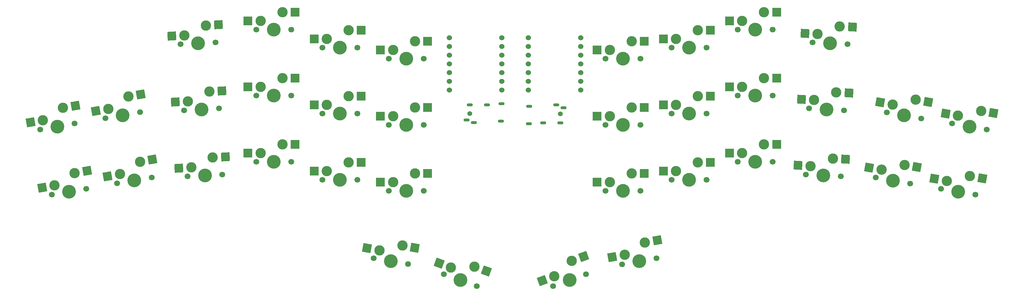
<source format=gbs>
%TF.GenerationSoftware,KiCad,Pcbnew,9.0.6-1.fc42*%
%TF.CreationDate,2026-01-04T08:40:16+11:00*%
%TF.ProjectId,keyboard-split-splay-5x3+2-pinky-cluster,6b657962-6f61-4726-942d-73706c69742d,rev?*%
%TF.SameCoordinates,Original*%
%TF.FileFunction,Soldermask,Bot*%
%TF.FilePolarity,Negative*%
%FSLAX46Y46*%
G04 Gerber Fmt 4.6, Leading zero omitted, Abs format (unit mm)*
G04 Created by KiCad (PCBNEW 9.0.6-1.fc42) date 2026-01-04 08:40:16*
%MOMM*%
%LPD*%
G01*
G04 APERTURE LIST*
G04 Aperture macros list*
%AMRotRect*
0 Rectangle, with rotation*
0 The origin of the aperture is its center*
0 $1 length*
0 $2 width*
0 $3 Rotation angle, in degrees counterclockwise*
0 Add horizontal line*
21,1,$1,$2,0,0,$3*%
G04 Aperture macros list end*
%ADD10C,1.400000*%
%ADD11O,1.800000X0.900000*%
%ADD12C,1.524000*%
%ADD13C,1.700000*%
%ADD14C,3.000000*%
%ADD15C,4.000000*%
%ADD16R,2.500000X2.550000*%
%ADD17RotRect,2.500000X2.550000X357.000000*%
%ADD18RotRect,2.500000X2.550000X350.000000*%
%ADD19RotRect,2.500000X2.550000X10.000000*%
%ADD20RotRect,2.500000X2.550000X20.000000*%
%ADD21RotRect,2.500000X2.550000X3.000000*%
%ADD22RotRect,2.500000X2.550000X340.000000*%
G04 APERTURE END LIST*
D10*
%TO.C,J1*%
X180850000Y-118550000D03*
D11*
X171650000Y-121450000D03*
X171750000Y-116350000D03*
X175850000Y-121150000D03*
X179650000Y-115950000D03*
X181750000Y-116750000D03*
X180850000Y-121150000D03*
%TD*%
D12*
%TO.C,U1*%
X171500000Y-96360000D03*
X171500000Y-98900000D03*
X171500000Y-101440000D03*
X171500000Y-103980000D03*
X171500000Y-106520000D03*
X171500000Y-109060000D03*
X171500000Y-111600000D03*
X186740000Y-111600000D03*
X186740000Y-109060000D03*
X186740000Y-106520000D03*
X186740000Y-103980000D03*
X186740000Y-101440000D03*
X186740000Y-98900000D03*
X186740000Y-96360000D03*
%TD*%
D10*
%TO.C,J2*%
X154500000Y-118500000D03*
D11*
X163700000Y-115600000D03*
X163600000Y-120700000D03*
X159500000Y-115900000D03*
X155700000Y-121100000D03*
X153600000Y-120300000D03*
X154500000Y-115900000D03*
%TD*%
D12*
%TO.C,U2*%
X148610000Y-96360000D03*
X148610000Y-98900000D03*
X148610000Y-101440000D03*
X148610000Y-103980000D03*
X148610000Y-106520000D03*
X148610000Y-109060000D03*
X148610000Y-111600000D03*
X163850000Y-111600000D03*
X163850000Y-109060000D03*
X163850000Y-106520000D03*
X163850000Y-103980000D03*
X163850000Y-101440000D03*
X163850000Y-98900000D03*
X163850000Y-96360000D03*
%TD*%
D13*
%TO.C,SW14*%
X242580000Y-132500000D03*
D14*
X240040000Y-127420000D03*
D15*
X237500000Y-132500000D03*
D14*
X233690000Y-129960000D03*
D13*
X232420000Y-132500000D03*
D16*
X230020000Y-129960000D03*
X243710000Y-127420000D03*
%TD*%
D13*
%TO.C,SW18*%
X204080000Y-102500000D03*
D14*
X201540000Y-97420000D03*
D15*
X199000000Y-102500000D03*
D14*
X195190000Y-99960000D03*
D13*
X193920000Y-102500000D03*
D16*
X191520000Y-99960000D03*
X205210000Y-97420000D03*
%TD*%
D13*
%TO.C,SW20*%
X121830000Y-99250000D03*
D14*
X119290000Y-94170000D03*
D15*
X116750000Y-99250000D03*
D14*
X112940000Y-96710000D03*
D13*
X111670000Y-99250000D03*
D16*
X109270000Y-96710000D03*
X122960000Y-94170000D03*
%TD*%
D13*
%TO.C,SW3*%
X264323038Y-98265867D03*
D14*
X262052386Y-93059895D03*
D15*
X259250000Y-98000000D03*
D14*
X255578155Y-95264081D03*
D13*
X254176962Y-97734133D03*
D17*
X251913184Y-95072008D03*
X265717356Y-93251968D03*
%TD*%
D13*
%TO.C,SW7*%
X301502823Y-142132133D03*
D14*
X299883544Y-136688243D03*
D15*
X296500000Y-141250000D03*
D14*
X293188949Y-138086989D03*
D13*
X291497177Y-140367867D03*
D18*
X289574704Y-137449700D03*
X303497789Y-137325532D03*
%TD*%
D13*
%TO.C,SW23*%
X58616456Y-118056110D03*
D14*
X55232912Y-113494353D03*
D15*
X53613633Y-118938243D03*
D14*
X49420449Y-117098431D03*
D13*
X48610810Y-119820376D03*
D19*
X45806205Y-117735720D03*
X58847156Y-112857064D03*
%TD*%
D13*
%TO.C,SW16*%
X188273639Y-165262537D03*
D14*
X184149356Y-161357631D03*
D15*
X183500000Y-167000000D03*
D14*
X179051041Y-165916278D03*
D13*
X178726361Y-168737463D03*
D20*
X175602369Y-167171491D03*
X187598028Y-160102416D03*
%TD*%
D13*
%TO.C,SW9*%
X263323038Y-117515867D03*
D14*
X261052386Y-112309895D03*
D15*
X258250000Y-117250000D03*
D14*
X254578155Y-114514081D03*
D13*
X253176962Y-116984133D03*
D17*
X250913184Y-114322008D03*
X264717356Y-112501968D03*
%TD*%
D13*
%TO.C,SW15*%
X223330000Y-118500000D03*
D14*
X220790000Y-113420000D03*
D15*
X218250000Y-118500000D03*
D14*
X214440000Y-115960000D03*
D13*
X213170000Y-118500000D03*
D16*
X210770000Y-115960000D03*
X224460000Y-113420000D03*
%TD*%
D13*
%TO.C,SW22*%
X80573038Y-97734133D03*
D14*
X77770652Y-92794029D03*
D15*
X75500000Y-98000000D03*
D14*
X71562288Y-95662881D03*
D13*
X70426962Y-98265867D03*
D21*
X67897318Y-95854954D03*
X81435623Y-92601956D03*
%TD*%
D13*
%TO.C,SW27*%
X102580000Y-113250000D03*
D14*
X100040000Y-108170000D03*
D15*
X97500000Y-113250000D03*
D14*
X93690000Y-110710000D03*
D13*
X92420000Y-113250000D03*
D16*
X90020000Y-110710000D03*
X103710000Y-108170000D03*
%TD*%
D13*
%TO.C,SW26*%
X121830000Y-118500000D03*
D14*
X119290000Y-113420000D03*
D15*
X116750000Y-118500000D03*
D14*
X112940000Y-115960000D03*
D13*
X111670000Y-118500000D03*
D16*
X109270000Y-115960000D03*
X122960000Y-113420000D03*
%TD*%
D13*
%TO.C,SW28*%
X81573038Y-116984133D03*
D14*
X78770652Y-112044029D03*
D15*
X76500000Y-117250000D03*
D14*
X72562288Y-114912881D03*
D13*
X71426962Y-117515867D03*
D21*
X68897318Y-115104954D03*
X82435623Y-111851956D03*
%TD*%
D13*
%TO.C,SW1*%
X282502823Y-138882133D03*
D14*
X280883544Y-133438243D03*
D15*
X277500000Y-138000000D03*
D14*
X274188949Y-134836989D03*
D13*
X272497177Y-137117867D03*
D18*
X270574704Y-134199700D03*
X284497789Y-134075532D03*
%TD*%
D13*
%TO.C,SW2*%
X285752823Y-119882133D03*
D14*
X284133544Y-114438243D03*
D15*
X280750000Y-119000000D03*
D14*
X277438949Y-115836989D03*
D13*
X275747177Y-118117867D03*
D18*
X273824704Y-115199700D03*
X287747789Y-115075532D03*
%TD*%
D13*
%TO.C,SW30*%
X43002823Y-140367867D03*
D14*
X39619279Y-135806110D03*
D15*
X38000000Y-141250000D03*
D14*
X33806816Y-139410188D03*
D13*
X32997177Y-142132133D03*
D19*
X30192572Y-140047477D03*
X43233523Y-135168821D03*
%TD*%
D13*
%TO.C,SW4*%
X242580000Y-94000000D03*
D14*
X240040000Y-88920000D03*
D15*
X237500000Y-94000000D03*
D14*
X233690000Y-91460000D03*
D13*
X232420000Y-94000000D03*
D16*
X230020000Y-91460000D03*
X243710000Y-88920000D03*
%TD*%
D13*
%TO.C,SW19*%
X141080000Y-102500000D03*
D14*
X138540000Y-97420000D03*
D15*
X136000000Y-102500000D03*
D14*
X132190000Y-99960000D03*
D13*
X130920000Y-102500000D03*
D16*
X128520000Y-99960000D03*
X142210000Y-97420000D03*
%TD*%
D13*
%TO.C,SW36*%
X136526462Y-162369595D03*
D14*
X134907183Y-156925705D03*
D15*
X131523639Y-161487462D03*
D14*
X128212588Y-158324451D03*
D13*
X126520816Y-160605329D03*
D18*
X124598343Y-157687162D03*
X138521428Y-157562994D03*
%TD*%
D13*
%TO.C,SW35*%
X156523639Y-168737462D03*
D14*
X155874283Y-163095093D03*
D15*
X151750000Y-167000000D03*
D14*
X149038502Y-163310084D03*
D13*
X146976361Y-165262538D03*
D22*
X145589830Y-162054870D03*
X159322954Y-164350307D03*
%TD*%
D13*
%TO.C,SW32*%
X121830000Y-137750000D03*
D14*
X119290000Y-132670000D03*
D15*
X116750000Y-137750000D03*
D14*
X112940000Y-135210000D03*
D13*
X111670000Y-137750000D03*
D16*
X109270000Y-135210000D03*
X122960000Y-132670000D03*
%TD*%
D13*
%TO.C,SW21*%
X102580000Y-94000000D03*
D14*
X100040000Y-88920000D03*
D15*
X97500000Y-94000000D03*
D14*
X93690000Y-91460000D03*
D13*
X92420000Y-94000000D03*
D16*
X90020000Y-91460000D03*
X103710000Y-88920000D03*
%TD*%
D13*
%TO.C,SW12*%
X204080000Y-141000000D03*
D14*
X201540000Y-135920000D03*
D15*
X199000000Y-141000000D03*
D14*
X195190000Y-138460000D03*
D13*
X193920000Y-141000000D03*
D16*
X191520000Y-138460000D03*
X205210000Y-135920000D03*
%TD*%
D13*
%TO.C,SW25*%
X141080000Y-121750000D03*
D14*
X138540000Y-116670000D03*
D15*
X136000000Y-121750000D03*
D14*
X132190000Y-119210000D03*
D13*
X130920000Y-121750000D03*
D16*
X128520000Y-119210000D03*
X142210000Y-116670000D03*
%TD*%
D13*
%TO.C,SW10*%
X242580000Y-113250000D03*
D14*
X240040000Y-108170000D03*
D15*
X237500000Y-113250000D03*
D14*
X233690000Y-110710000D03*
D13*
X232420000Y-113250000D03*
D16*
X230020000Y-110710000D03*
X243710000Y-108170000D03*
%TD*%
D13*
%TO.C,SW5*%
X223330000Y-137750000D03*
D14*
X220790000Y-132670000D03*
D15*
X218250000Y-137750000D03*
D14*
X214440000Y-135210000D03*
D13*
X213170000Y-137750000D03*
D16*
X210770000Y-135210000D03*
X224460000Y-132670000D03*
%TD*%
D13*
%TO.C,SW34*%
X82573038Y-136234133D03*
D14*
X79770652Y-131294029D03*
D15*
X77500000Y-136500000D03*
D14*
X73562288Y-134162881D03*
D13*
X72426962Y-136765867D03*
D21*
X69897318Y-134354954D03*
X83435623Y-131101956D03*
%TD*%
D13*
%TO.C,SW33*%
X102580000Y-132500000D03*
D14*
X100040000Y-127420000D03*
D15*
X97500000Y-132500000D03*
D14*
X93690000Y-129960000D03*
D13*
X92420000Y-132500000D03*
D16*
X90020000Y-129960000D03*
X103710000Y-127420000D03*
%TD*%
D13*
%TO.C,SW29*%
X39616456Y-121367867D03*
D14*
X36232912Y-116806110D03*
D15*
X34613633Y-122250000D03*
D14*
X30420449Y-120410188D03*
D13*
X29610810Y-123132133D03*
D19*
X26806205Y-121047477D03*
X39847156Y-116168821D03*
%TD*%
D13*
%TO.C,SW11*%
X208752823Y-160617867D03*
D14*
X205369279Y-156056110D03*
D15*
X203750000Y-161500000D03*
D14*
X199556816Y-159660188D03*
D13*
X198747177Y-162382133D03*
D19*
X195942572Y-160297477D03*
X208983523Y-155418821D03*
%TD*%
D13*
%TO.C,SW13*%
X262323038Y-136765867D03*
D14*
X260052386Y-131559895D03*
D15*
X257250000Y-136500000D03*
D14*
X253578155Y-133764081D03*
D13*
X252176962Y-136234133D03*
D17*
X249913184Y-133572008D03*
X263717356Y-131751968D03*
%TD*%
D13*
%TO.C,SW17*%
X223330000Y-99250000D03*
D14*
X220790000Y-94170000D03*
D15*
X218250000Y-99250000D03*
D14*
X214440000Y-96710000D03*
D13*
X213170000Y-99250000D03*
D16*
X210770000Y-96710000D03*
X224460000Y-94170000D03*
%TD*%
D13*
%TO.C,SW24*%
X62002823Y-137056110D03*
D14*
X58619279Y-132494353D03*
D15*
X57000000Y-137938243D03*
D14*
X52806816Y-136098431D03*
D13*
X51997177Y-138820376D03*
D19*
X49192572Y-136735720D03*
X62233523Y-131857064D03*
%TD*%
D13*
%TO.C,SW31*%
X141080000Y-141000000D03*
D14*
X138540000Y-135920000D03*
D15*
X136000000Y-141000000D03*
D14*
X132190000Y-138460000D03*
D13*
X130920000Y-141000000D03*
D16*
X128520000Y-138460000D03*
X142210000Y-135920000D03*
%TD*%
D13*
%TO.C,SW6*%
X204080000Y-121750000D03*
D14*
X201540000Y-116670000D03*
D15*
X199000000Y-121750000D03*
D14*
X195190000Y-119210000D03*
D13*
X193920000Y-121750000D03*
D16*
X191520000Y-119210000D03*
X205210000Y-116670000D03*
%TD*%
D13*
%TO.C,SW8*%
X304752823Y-123132133D03*
D14*
X303133544Y-117688243D03*
D15*
X299750000Y-122250000D03*
D14*
X296438949Y-119086989D03*
D13*
X294747177Y-121367867D03*
D18*
X292824704Y-118449700D03*
X306747789Y-118325532D03*
%TD*%
M02*

</source>
